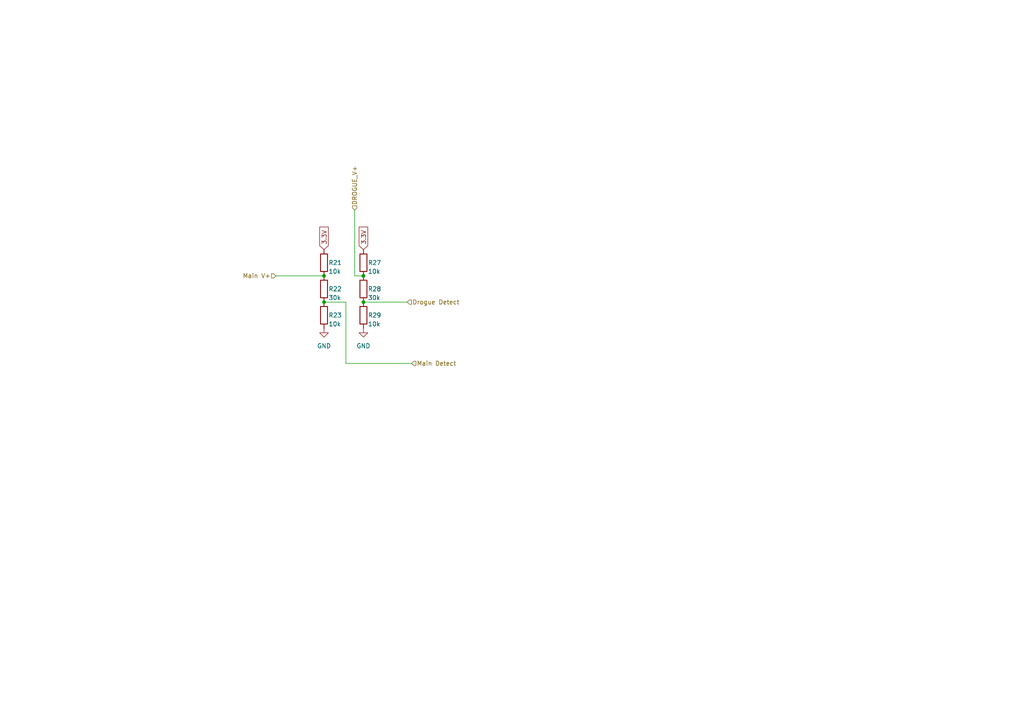
<source format=kicad_sch>
(kicad_sch (version 20231120) (generator "eeschema") (generator_version "8.0")
  (paper "A4")
  (lib_symbols
    (symbol "Device:R" (pin_numbers hide) (pin_names (offset 0))
      (property "Reference" "R" (at 2.032 0 90))
      (property "Value" "R" (at 0 0 90))
      (symbol "R_0_1"
        (rectangle (start -1.016 -2.54) (end 1.016 2.54) (stroke (width 0.254)))
      )
      (symbol "R_1_1"
        (pin passive line (at 0 3.81 270) (length 1.27) (name "~") (number "1"))
        (pin passive line (at 0 -3.81 90) (length 1.27) (name "~") (number "2"))
      )
    )
    (symbol "power:GND" (power) (pin_names (offset 0))
      (property "Value" "GND" (at 0 -3.81 0))
      (symbol "GND_0_1"
        (polyline (pts (xy 0 0) (xy 0 -1.27) (xy 1.27 -1.27) (xy 0 -2.54) (xy -1.27 -1.27) (xy 0 -1.27)))
      )
      (symbol "GND_1_1"
        (pin power_in line (at 0 0 270) (length 0) hide (name "GND") (number "1"))
      )
    )
  )
  (junction (at 93.98 87.63))
  (junction (at 105.41 87.63))
  (junction (at 105.41 80.01))
  (junction (at 93.98 80.01))
  (wire (pts (xy 102.87 80.01) (xy 105.41 80.01)))
  (wire (pts (xy 100.33 105.41) (xy 119.38 105.41)))
  (wire (pts (xy 100.33 87.63) (xy 100.33 105.41)))
  (wire (pts (xy 100.33 87.63) (xy 93.98 87.63)))
  (wire (pts (xy 105.41 87.63) (xy 118.11 87.63)))
  (wire (pts (xy 80.01 80.01) (xy 93.98 80.01)))
  (wire (pts (xy 102.87 60.96) (xy 102.87 80.01)))
  (global_label "3.3V" (shape input) (at 105.41 72.39 90) (property "Intersheetrefs" "${INTERSHEET_REFS}" (effects (hide yes))))
  (global_label "3.3V" (shape input) (at 93.98 72.39 90) (property "Intersheetrefs" "${INTERSHEET_REFS}" (effects (hide yes))))
  (hierarchical_label "Drogue Detect" (shape input) (at 118.11 87.63 0))
  (hierarchical_label "DROGUE_V+" (shape input) (at 102.87 60.96 90))
  (hierarchical_label "Main V+" (shape input) (at 80.01 80.01 180))
  (hierarchical_label "Main Detect" (shape input) (at 119.38 105.41 0))
  (symbol (lib_id "power:GND") (at 105.41 95.25 0) (unit 1)
    (property "Reference" "#PWR051" (effects (hide yes)))
    (property "Value" "GND" (at 105.41 100.33 0))
  )
  (symbol (lib_id "Device:R") (at 93.98 76.2 0) (unit 1)
    (property "Reference" "R21" (at 95.25 76.2 0) (effects (justify left)))
    (property "Value" "10k" (at 95.25 78.74 0) (effects (justify left)))
    (property "Footprint" "Resistor_SMD:R_0603_1608Metric" (effects (hide yes)))
  )
  (symbol (lib_id "power:GND") (at 93.98 95.25 0) (unit 1)
    (property "Reference" "#PWR050" (effects (hide yes)))
    (property "Value" "GND" (at 93.98 100.33 0))
  )
  (symbol (lib_id "Device:R") (at 105.41 83.82 0) (unit 1)
    (property "Reference" "R28" (at 106.68 83.82 0) (effects (justify left)))
    (property "Value" "30k" (at 106.68 86.36 0) (effects (justify left)))
    (property "Footprint" "Resistor_SMD:R_0603_1608Metric" (effects (hide yes)))
  )
  (symbol (lib_id "Device:R") (at 105.41 76.2 0) (unit 1)
    (property "Reference" "R27" (at 106.68 76.2 0) (effects (justify left)))
    (property "Value" "10k" (at 106.68 78.74 0) (effects (justify left)))
    (property "Footprint" "Resistor_SMD:R_0603_1608Metric" (effects (hide yes)))
  )
  (symbol (lib_id "Device:R") (at 105.41 91.44 0) (unit 1)
    (property "Reference" "R29" (at 106.68 91.44 0) (effects (justify left)))
    (property "Value" "10k" (at 106.68 93.98 0) (effects (justify left)))
    (property "Footprint" "Resistor_SMD:R_0603_1608Metric" (effects (hide yes)))
  )
  (symbol (lib_id "Device:R") (at 93.98 83.82 0) (unit 1)
    (property "Reference" "R22" (at 95.25 83.82 0) (effects (justify left)))
    (property "Value" "30k" (at 95.25 86.36 0) (effects (justify left)))
    (property "Footprint" "Resistor_SMD:R_0603_1608Metric" (effects (hide yes)))
  )
  (symbol (lib_id "Device:R") (at 93.98 91.44 0) (unit 1)
    (property "Reference" "R23" (at 95.25 91.44 0) (effects (justify left)))
    (property "Value" "10k" (at 95.25 93.98 0) (effects (justify left)))
    (property "Footprint" "Resistor_SMD:R_0603_1608Metric" (effects (hide yes)))
  )
)
</source>
